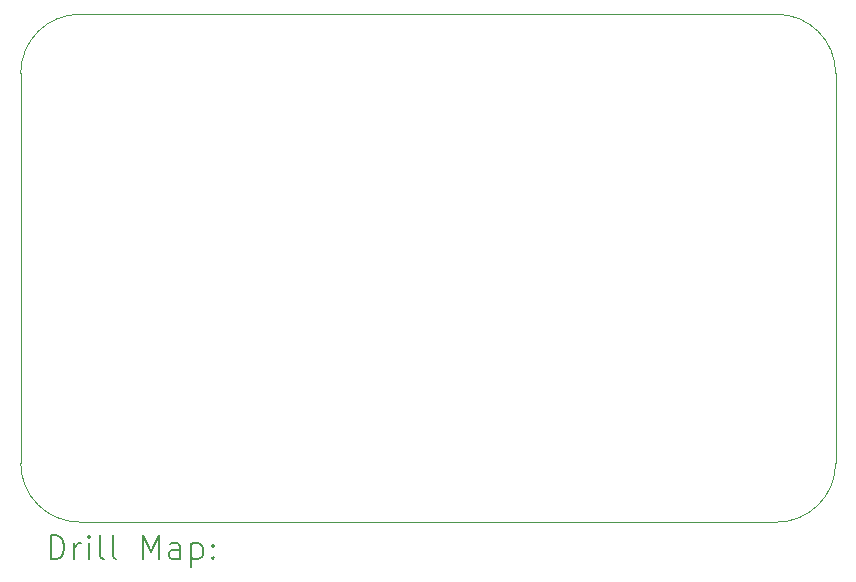
<source format=gbr>
%FSLAX45Y45*%
G04 Gerber Fmt 4.5, Leading zero omitted, Abs format (unit mm)*
G04 Created by KiCad (PCBNEW (6.0.1)) date 2022-01-17 15:22:59*
%MOMM*%
%LPD*%
G01*
G04 APERTURE LIST*
%TA.AperFunction,Profile*%
%ADD10C,0.050000*%
%TD*%
%ADD11C,0.200000*%
G04 APERTURE END LIST*
D10*
X6400000Y0D02*
X500000Y0D01*
X500000Y0D02*
G75*
G03*
X0Y-500000I0J-500000D01*
G01*
X0Y-500000D02*
X0Y-3800000D01*
X6900000Y-3800000D02*
X6900000Y-500000D01*
X6400000Y-4300000D02*
G75*
G03*
X6900000Y-3800000I0J500000D01*
G01*
X500000Y-4300000D02*
X6400000Y-4300000D01*
X6900000Y-500000D02*
G75*
G03*
X6400000Y0I-500000J0D01*
G01*
X0Y-3800000D02*
G75*
G03*
X500000Y-4300000I500000J0D01*
G01*
D11*
X255119Y-4612976D02*
X255119Y-4412976D01*
X302738Y-4412976D01*
X331310Y-4422500D01*
X350357Y-4441548D01*
X359881Y-4460595D01*
X369405Y-4498690D01*
X369405Y-4527262D01*
X359881Y-4565357D01*
X350357Y-4584405D01*
X331310Y-4603452D01*
X302738Y-4612976D01*
X255119Y-4612976D01*
X455119Y-4612976D02*
X455119Y-4479643D01*
X455119Y-4517738D02*
X464643Y-4498690D01*
X474167Y-4489167D01*
X493214Y-4479643D01*
X512262Y-4479643D01*
X578929Y-4612976D02*
X578929Y-4479643D01*
X578929Y-4412976D02*
X569405Y-4422500D01*
X578929Y-4432024D01*
X588452Y-4422500D01*
X578929Y-4412976D01*
X578929Y-4432024D01*
X702738Y-4612976D02*
X683690Y-4603452D01*
X674167Y-4584405D01*
X674167Y-4412976D01*
X807500Y-4612976D02*
X788452Y-4603452D01*
X778928Y-4584405D01*
X778928Y-4412976D01*
X1036071Y-4612976D02*
X1036071Y-4412976D01*
X1102738Y-4555833D01*
X1169405Y-4412976D01*
X1169405Y-4612976D01*
X1350357Y-4612976D02*
X1350357Y-4508214D01*
X1340833Y-4489167D01*
X1321786Y-4479643D01*
X1283690Y-4479643D01*
X1264643Y-4489167D01*
X1350357Y-4603452D02*
X1331310Y-4612976D01*
X1283690Y-4612976D01*
X1264643Y-4603452D01*
X1255119Y-4584405D01*
X1255119Y-4565357D01*
X1264643Y-4546310D01*
X1283690Y-4536786D01*
X1331310Y-4536786D01*
X1350357Y-4527262D01*
X1445595Y-4479643D02*
X1445595Y-4679643D01*
X1445595Y-4489167D02*
X1464643Y-4479643D01*
X1502738Y-4479643D01*
X1521786Y-4489167D01*
X1531309Y-4498690D01*
X1540833Y-4517738D01*
X1540833Y-4574881D01*
X1531309Y-4593929D01*
X1521786Y-4603452D01*
X1502738Y-4612976D01*
X1464643Y-4612976D01*
X1445595Y-4603452D01*
X1626548Y-4593929D02*
X1636071Y-4603452D01*
X1626548Y-4612976D01*
X1617024Y-4603452D01*
X1626548Y-4593929D01*
X1626548Y-4612976D01*
X1626548Y-4489167D02*
X1636071Y-4498690D01*
X1626548Y-4508214D01*
X1617024Y-4498690D01*
X1626548Y-4489167D01*
X1626548Y-4508214D01*
M02*

</source>
